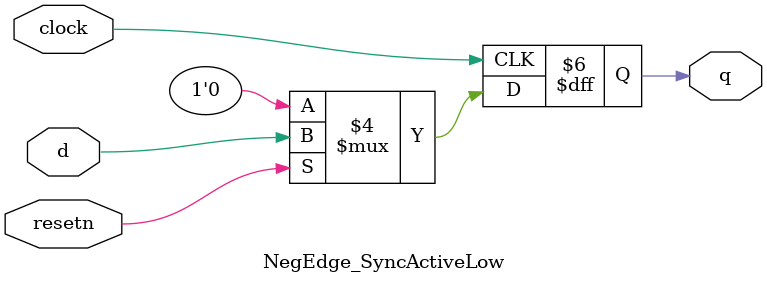
<source format=v>

module NegEdge_SyncActiveLow(d, clock, resetn, q);
    input d, clock, resetn;
    output reg q;
	 
    always@(negedge clock) 
        begin
            if (resetn == 1'b0)
                q <= 0; 
            else
                q <= d;
        end
endmodule

</source>
